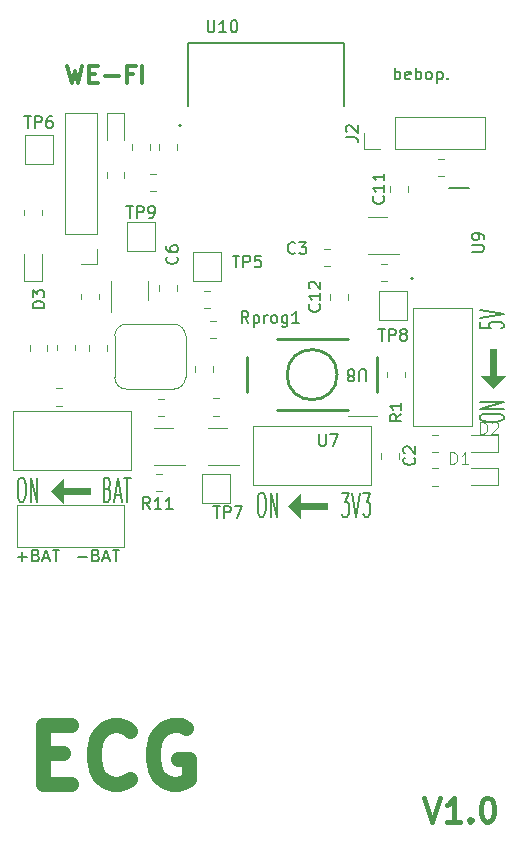
<source format=gbr>
%TF.GenerationSoftware,KiCad,Pcbnew,(6.0.10)*%
%TF.CreationDate,2023-02-26T14:05:18-05:00*%
%TF.ProjectId,ECG_2.0,4543475f-322e-4302-9e6b-696361645f70,rev?*%
%TF.SameCoordinates,Original*%
%TF.FileFunction,Legend,Top*%
%TF.FilePolarity,Positive*%
%FSLAX46Y46*%
G04 Gerber Fmt 4.6, Leading zero omitted, Abs format (unit mm)*
G04 Created by KiCad (PCBNEW (6.0.10)) date 2023-02-26 14:05:18*
%MOMM*%
%LPD*%
G01*
G04 APERTURE LIST*
%ADD10C,0.150000*%
%ADD11C,0.300000*%
%ADD12C,0.400000*%
%ADD13C,1.250000*%
%ADD14C,0.125000*%
%ADD15C,0.200000*%
%ADD16C,0.127000*%
%ADD17C,0.120000*%
%ADD18C,0.240000*%
G04 APERTURE END LIST*
D10*
X246529504Y-72537580D02*
X246529504Y-71537580D01*
X246529504Y-71918533D02*
X246624742Y-71870914D01*
X246815219Y-71870914D01*
X246910457Y-71918533D01*
X246958076Y-71966152D01*
X247005695Y-72061390D01*
X247005695Y-72347104D01*
X246958076Y-72442342D01*
X246910457Y-72489961D01*
X246815219Y-72537580D01*
X246624742Y-72537580D01*
X246529504Y-72489961D01*
X247815219Y-72489961D02*
X247719980Y-72537580D01*
X247529504Y-72537580D01*
X247434266Y-72489961D01*
X247386647Y-72394723D01*
X247386647Y-72013771D01*
X247434266Y-71918533D01*
X247529504Y-71870914D01*
X247719980Y-71870914D01*
X247815219Y-71918533D01*
X247862838Y-72013771D01*
X247862838Y-72109009D01*
X247386647Y-72204247D01*
X248291409Y-72537580D02*
X248291409Y-71537580D01*
X248291409Y-71918533D02*
X248386647Y-71870914D01*
X248577123Y-71870914D01*
X248672361Y-71918533D01*
X248719980Y-71966152D01*
X248767600Y-72061390D01*
X248767600Y-72347104D01*
X248719980Y-72442342D01*
X248672361Y-72489961D01*
X248577123Y-72537580D01*
X248386647Y-72537580D01*
X248291409Y-72489961D01*
X249339028Y-72537580D02*
X249243790Y-72489961D01*
X249196171Y-72442342D01*
X249148552Y-72347104D01*
X249148552Y-72061390D01*
X249196171Y-71966152D01*
X249243790Y-71918533D01*
X249339028Y-71870914D01*
X249481885Y-71870914D01*
X249577123Y-71918533D01*
X249624742Y-71966152D01*
X249672361Y-72061390D01*
X249672361Y-72347104D01*
X249624742Y-72442342D01*
X249577123Y-72489961D01*
X249481885Y-72537580D01*
X249339028Y-72537580D01*
X250100933Y-71870914D02*
X250100933Y-72870914D01*
X250100933Y-71918533D02*
X250196171Y-71870914D01*
X250386647Y-71870914D01*
X250481885Y-71918533D01*
X250529504Y-71966152D01*
X250577123Y-72061390D01*
X250577123Y-72347104D01*
X250529504Y-72442342D01*
X250481885Y-72489961D01*
X250386647Y-72537580D01*
X250196171Y-72537580D01*
X250100933Y-72489961D01*
X251005695Y-72442342D02*
X251053314Y-72489961D01*
X251005695Y-72537580D01*
X250958076Y-72489961D01*
X251005695Y-72442342D01*
X251005695Y-72537580D01*
D11*
X218796800Y-71365371D02*
X219153942Y-72865371D01*
X219439657Y-71793942D01*
X219725371Y-72865371D01*
X220082514Y-71365371D01*
X220653942Y-72079657D02*
X221153942Y-72079657D01*
X221368228Y-72865371D02*
X220653942Y-72865371D01*
X220653942Y-71365371D01*
X221368228Y-71365371D01*
X222011085Y-72293942D02*
X223153942Y-72293942D01*
X224368228Y-72079657D02*
X223868228Y-72079657D01*
X223868228Y-72865371D02*
X223868228Y-71365371D01*
X224582514Y-71365371D01*
X225153942Y-72865371D02*
X225153942Y-71365371D01*
D12*
X249021980Y-133372361D02*
X249688647Y-135372361D01*
X250355314Y-133372361D01*
X252069600Y-135372361D02*
X250926742Y-135372361D01*
X251498171Y-135372361D02*
X251498171Y-133372361D01*
X251307695Y-133658076D01*
X251117219Y-133848552D01*
X250926742Y-133943790D01*
X252926742Y-135181885D02*
X253021980Y-135277123D01*
X252926742Y-135372361D01*
X252831504Y-135277123D01*
X252926742Y-135181885D01*
X252926742Y-135372361D01*
X254260076Y-133372361D02*
X254450552Y-133372361D01*
X254641028Y-133467600D01*
X254736266Y-133562838D01*
X254831504Y-133753314D01*
X254926742Y-134134266D01*
X254926742Y-134610457D01*
X254831504Y-134991409D01*
X254736266Y-135181885D01*
X254641028Y-135277123D01*
X254450552Y-135372361D01*
X254260076Y-135372361D01*
X254069600Y-135277123D01*
X253974361Y-135181885D01*
X253879123Y-134991409D01*
X253783885Y-134610457D01*
X253783885Y-134134266D01*
X253879123Y-133753314D01*
X253974361Y-133562838D01*
X254069600Y-133467600D01*
X254260076Y-133372361D01*
D13*
X216737371Y-129589257D02*
X218404038Y-129589257D01*
X219118323Y-132208304D02*
X216737371Y-132208304D01*
X216737371Y-127208304D01*
X219118323Y-127208304D01*
X224118323Y-131732114D02*
X223880228Y-131970209D01*
X223165942Y-132208304D01*
X222689752Y-132208304D01*
X221975466Y-131970209D01*
X221499276Y-131494019D01*
X221261180Y-131017828D01*
X221023085Y-130065447D01*
X221023085Y-129351161D01*
X221261180Y-128398780D01*
X221499276Y-127922590D01*
X221975466Y-127446400D01*
X222689752Y-127208304D01*
X223165942Y-127208304D01*
X223880228Y-127446400D01*
X224118323Y-127684495D01*
X228880228Y-127446400D02*
X228404038Y-127208304D01*
X227689752Y-127208304D01*
X226975466Y-127446400D01*
X226499276Y-127922590D01*
X226261180Y-128398780D01*
X226023085Y-129351161D01*
X226023085Y-130065447D01*
X226261180Y-131017828D01*
X226499276Y-131494019D01*
X226975466Y-131970209D01*
X227689752Y-132208304D01*
X228165942Y-132208304D01*
X228880228Y-131970209D01*
X229118323Y-131732114D01*
X229118323Y-130065447D01*
X228165942Y-130065447D01*
D10*
%TO.C,U9*%
X253055380Y-87121904D02*
X253864904Y-87121904D01*
X253960142Y-87074285D01*
X254007761Y-87026666D01*
X254055380Y-86931428D01*
X254055380Y-86740952D01*
X254007761Y-86645714D01*
X253960142Y-86598095D01*
X253864904Y-86550476D01*
X253055380Y-86550476D01*
X254055380Y-86026666D02*
X254055380Y-85836190D01*
X254007761Y-85740952D01*
X253960142Y-85693333D01*
X253817285Y-85598095D01*
X253626809Y-85550476D01*
X253245857Y-85550476D01*
X253150619Y-85598095D01*
X253103000Y-85645714D01*
X253055380Y-85740952D01*
X253055380Y-85931428D01*
X253103000Y-86026666D01*
X253150619Y-86074285D01*
X253245857Y-86121904D01*
X253483952Y-86121904D01*
X253579190Y-86074285D01*
X253626809Y-86026666D01*
X253674428Y-85931428D01*
X253674428Y-85740952D01*
X253626809Y-85645714D01*
X253579190Y-85598095D01*
X253483952Y-85550476D01*
%TO.C,J2*%
X242369380Y-77422333D02*
X243083666Y-77422333D01*
X243226523Y-77469952D01*
X243321761Y-77565190D01*
X243369380Y-77708047D01*
X243369380Y-77803285D01*
X242464619Y-76993761D02*
X242417000Y-76946142D01*
X242369380Y-76850904D01*
X242369380Y-76612809D01*
X242417000Y-76517571D01*
X242464619Y-76469952D01*
X242559857Y-76422333D01*
X242655095Y-76422333D01*
X242797952Y-76469952D01*
X243369380Y-77041380D01*
X243369380Y-76422333D01*
%TO.C,R11*%
X225798142Y-108910380D02*
X225464809Y-108434190D01*
X225226714Y-108910380D02*
X225226714Y-107910380D01*
X225607666Y-107910380D01*
X225702904Y-107958000D01*
X225750523Y-108005619D01*
X225798142Y-108100857D01*
X225798142Y-108243714D01*
X225750523Y-108338952D01*
X225702904Y-108386571D01*
X225607666Y-108434190D01*
X225226714Y-108434190D01*
X226750523Y-108910380D02*
X226179095Y-108910380D01*
X226464809Y-108910380D02*
X226464809Y-107910380D01*
X226369571Y-108053238D01*
X226274333Y-108148476D01*
X226179095Y-108196095D01*
X227702904Y-108910380D02*
X227131476Y-108910380D01*
X227417190Y-108910380D02*
X227417190Y-107910380D01*
X227321952Y-108053238D01*
X227226714Y-108148476D01*
X227131476Y-108196095D01*
%TO.C,C12*%
X240133142Y-91574857D02*
X240180761Y-91622476D01*
X240228380Y-91765333D01*
X240228380Y-91860571D01*
X240180761Y-92003428D01*
X240085523Y-92098666D01*
X239990285Y-92146285D01*
X239799809Y-92193904D01*
X239656952Y-92193904D01*
X239466476Y-92146285D01*
X239371238Y-92098666D01*
X239276000Y-92003428D01*
X239228380Y-91860571D01*
X239228380Y-91765333D01*
X239276000Y-91622476D01*
X239323619Y-91574857D01*
X240228380Y-90622476D02*
X240228380Y-91193904D01*
X240228380Y-90908190D02*
X239228380Y-90908190D01*
X239371238Y-91003428D01*
X239466476Y-91098666D01*
X239514095Y-91193904D01*
X239323619Y-90241523D02*
X239276000Y-90193904D01*
X239228380Y-90098666D01*
X239228380Y-89860571D01*
X239276000Y-89765333D01*
X239323619Y-89717714D01*
X239418857Y-89670095D01*
X239514095Y-89670095D01*
X239656952Y-89717714D01*
X240228380Y-90289142D01*
X240228380Y-89670095D01*
%TO.C,U10*%
X230671904Y-67541380D02*
X230671904Y-68350904D01*
X230719523Y-68446142D01*
X230767142Y-68493761D01*
X230862380Y-68541380D01*
X231052857Y-68541380D01*
X231148095Y-68493761D01*
X231195714Y-68446142D01*
X231243333Y-68350904D01*
X231243333Y-67541380D01*
X232243333Y-68541380D02*
X231671904Y-68541380D01*
X231957619Y-68541380D02*
X231957619Y-67541380D01*
X231862380Y-67684238D01*
X231767142Y-67779476D01*
X231671904Y-67827095D01*
X232862380Y-67541380D02*
X232957619Y-67541380D01*
X233052857Y-67589000D01*
X233100476Y-67636619D01*
X233148095Y-67731857D01*
X233195714Y-67922333D01*
X233195714Y-68160428D01*
X233148095Y-68350904D01*
X233100476Y-68446142D01*
X233052857Y-68493761D01*
X232957619Y-68541380D01*
X232862380Y-68541380D01*
X232767142Y-68493761D01*
X232719523Y-68446142D01*
X232671904Y-68350904D01*
X232624285Y-68160428D01*
X232624285Y-67922333D01*
X232671904Y-67731857D01*
X232719523Y-67636619D01*
X232767142Y-67589000D01*
X232862380Y-67541380D01*
%TO.C,U7*%
X240125095Y-102576380D02*
X240125095Y-103385904D01*
X240172714Y-103481142D01*
X240220333Y-103528761D01*
X240315571Y-103576380D01*
X240506047Y-103576380D01*
X240601285Y-103528761D01*
X240648904Y-103481142D01*
X240696523Y-103385904D01*
X240696523Y-102576380D01*
X241077476Y-102576380D02*
X241744142Y-102576380D01*
X241315571Y-103576380D01*
X235152952Y-107548761D02*
X235343428Y-107548761D01*
X235438666Y-107644000D01*
X235533904Y-107834476D01*
X235581523Y-108215428D01*
X235581523Y-108882095D01*
X235533904Y-109263047D01*
X235438666Y-109453523D01*
X235343428Y-109548761D01*
X235152952Y-109548761D01*
X235057714Y-109453523D01*
X234962476Y-109263047D01*
X234914857Y-108882095D01*
X234914857Y-108215428D01*
X234962476Y-107834476D01*
X235057714Y-107644000D01*
X235152952Y-107548761D01*
X236010095Y-109548761D02*
X236010095Y-107548761D01*
X236581523Y-109548761D01*
X236581523Y-107548761D01*
X242033904Y-107548761D02*
X242652952Y-107548761D01*
X242319619Y-108310666D01*
X242462476Y-108310666D01*
X242557714Y-108405904D01*
X242605333Y-108501142D01*
X242652952Y-108691619D01*
X242652952Y-109167809D01*
X242605333Y-109358285D01*
X242557714Y-109453523D01*
X242462476Y-109548761D01*
X242176761Y-109548761D01*
X242081523Y-109453523D01*
X242033904Y-109358285D01*
X242938666Y-107548761D02*
X243272000Y-109548761D01*
X243605333Y-107548761D01*
X243843428Y-107548761D02*
X244462476Y-107548761D01*
X244129142Y-108310666D01*
X244272000Y-108310666D01*
X244367238Y-108405904D01*
X244414857Y-108501142D01*
X244462476Y-108691619D01*
X244462476Y-109167809D01*
X244414857Y-109358285D01*
X244367238Y-109453523D01*
X244272000Y-109548761D01*
X243986285Y-109548761D01*
X243891047Y-109453523D01*
X243843428Y-109358285D01*
%TO.C,R1*%
X247086380Y-100877666D02*
X246610190Y-101211000D01*
X247086380Y-101449095D02*
X246086380Y-101449095D01*
X246086380Y-101068142D01*
X246134000Y-100972904D01*
X246181619Y-100925285D01*
X246276857Y-100877666D01*
X246419714Y-100877666D01*
X246514952Y-100925285D01*
X246562571Y-100972904D01*
X246610190Y-101068142D01*
X246610190Y-101449095D01*
X247086380Y-99925285D02*
X247086380Y-100496714D01*
X247086380Y-100211000D02*
X246086380Y-100211000D01*
X246229238Y-100306238D01*
X246324476Y-100401476D01*
X246372095Y-100496714D01*
%TO.C,U8*%
X244093904Y-98083619D02*
X244093904Y-97274095D01*
X244046285Y-97178857D01*
X243998666Y-97131238D01*
X243903428Y-97083619D01*
X243712952Y-97083619D01*
X243617714Y-97131238D01*
X243570095Y-97178857D01*
X243522476Y-97274095D01*
X243522476Y-98083619D01*
X242903428Y-97655047D02*
X242998666Y-97702666D01*
X243046285Y-97750285D01*
X243093904Y-97845523D01*
X243093904Y-97893142D01*
X243046285Y-97988380D01*
X242998666Y-98036000D01*
X242903428Y-98083619D01*
X242712952Y-98083619D01*
X242617714Y-98036000D01*
X242570095Y-97988380D01*
X242522476Y-97893142D01*
X242522476Y-97845523D01*
X242570095Y-97750285D01*
X242617714Y-97702666D01*
X242712952Y-97655047D01*
X242903428Y-97655047D01*
X242998666Y-97607428D01*
X243046285Y-97559809D01*
X243093904Y-97464571D01*
X243093904Y-97274095D01*
X243046285Y-97178857D01*
X242998666Y-97131238D01*
X242903428Y-97083619D01*
X242712952Y-97083619D01*
X242617714Y-97131238D01*
X242570095Y-97178857D01*
X242522476Y-97274095D01*
X242522476Y-97464571D01*
X242570095Y-97559809D01*
X242617714Y-97607428D01*
X242712952Y-97655047D01*
%TO.C,U5*%
X253731761Y-101270047D02*
X253731761Y-101079571D01*
X253827000Y-100984333D01*
X254017476Y-100889095D01*
X254398428Y-100841476D01*
X255065095Y-100841476D01*
X255446047Y-100889095D01*
X255636523Y-100984333D01*
X255731761Y-101079571D01*
X255731761Y-101270047D01*
X255636523Y-101365285D01*
X255446047Y-101460523D01*
X255065095Y-101508142D01*
X254398428Y-101508142D01*
X254017476Y-101460523D01*
X253827000Y-101365285D01*
X253731761Y-101270047D01*
X255731761Y-100412904D02*
X253731761Y-100412904D01*
X255731761Y-99841476D01*
X253731761Y-99841476D01*
X253731761Y-93091476D02*
X253731761Y-93567666D01*
X254684142Y-93615285D01*
X254588904Y-93567666D01*
X254493666Y-93472428D01*
X254493666Y-93234333D01*
X254588904Y-93139095D01*
X254684142Y-93091476D01*
X254874619Y-93043857D01*
X255350809Y-93043857D01*
X255541285Y-93091476D01*
X255636523Y-93139095D01*
X255731761Y-93234333D01*
X255731761Y-93472428D01*
X255636523Y-93567666D01*
X255541285Y-93615285D01*
X253731761Y-92758142D02*
X255731761Y-92424809D01*
X253731761Y-92091476D01*
%TO.C,TP8*%
X245118095Y-93686380D02*
X245689523Y-93686380D01*
X245403809Y-94686380D02*
X245403809Y-93686380D01*
X246022857Y-94686380D02*
X246022857Y-93686380D01*
X246403809Y-93686380D01*
X246499047Y-93734000D01*
X246546666Y-93781619D01*
X246594285Y-93876857D01*
X246594285Y-94019714D01*
X246546666Y-94114952D01*
X246499047Y-94162571D01*
X246403809Y-94210190D01*
X246022857Y-94210190D01*
X247165714Y-94114952D02*
X247070476Y-94067333D01*
X247022857Y-94019714D01*
X246975238Y-93924476D01*
X246975238Y-93876857D01*
X247022857Y-93781619D01*
X247070476Y-93734000D01*
X247165714Y-93686380D01*
X247356190Y-93686380D01*
X247451428Y-93734000D01*
X247499047Y-93781619D01*
X247546666Y-93876857D01*
X247546666Y-93924476D01*
X247499047Y-94019714D01*
X247451428Y-94067333D01*
X247356190Y-94114952D01*
X247165714Y-94114952D01*
X247070476Y-94162571D01*
X247022857Y-94210190D01*
X246975238Y-94305428D01*
X246975238Y-94495904D01*
X247022857Y-94591142D01*
X247070476Y-94638761D01*
X247165714Y-94686380D01*
X247356190Y-94686380D01*
X247451428Y-94638761D01*
X247499047Y-94591142D01*
X247546666Y-94495904D01*
X247546666Y-94305428D01*
X247499047Y-94210190D01*
X247451428Y-94162571D01*
X247356190Y-94114952D01*
%TO.C,TP7*%
X231148095Y-108672380D02*
X231719523Y-108672380D01*
X231433809Y-109672380D02*
X231433809Y-108672380D01*
X232052857Y-109672380D02*
X232052857Y-108672380D01*
X232433809Y-108672380D01*
X232529047Y-108720000D01*
X232576666Y-108767619D01*
X232624285Y-108862857D01*
X232624285Y-109005714D01*
X232576666Y-109100952D01*
X232529047Y-109148571D01*
X232433809Y-109196190D01*
X232052857Y-109196190D01*
X232957619Y-108672380D02*
X233624285Y-108672380D01*
X233195714Y-109672380D01*
%TO.C,C6*%
X228055642Y-87542666D02*
X228103261Y-87590285D01*
X228150880Y-87733142D01*
X228150880Y-87828380D01*
X228103261Y-87971238D01*
X228008023Y-88066476D01*
X227912785Y-88114095D01*
X227722309Y-88161714D01*
X227579452Y-88161714D01*
X227388976Y-88114095D01*
X227293738Y-88066476D01*
X227198500Y-87971238D01*
X227150880Y-87828380D01*
X227150880Y-87733142D01*
X227198500Y-87590285D01*
X227246119Y-87542666D01*
X227150880Y-86685523D02*
X227150880Y-86876000D01*
X227198500Y-86971238D01*
X227246119Y-87018857D01*
X227388976Y-87114095D01*
X227579452Y-87161714D01*
X227960404Y-87161714D01*
X228055642Y-87114095D01*
X228103261Y-87066476D01*
X228150880Y-86971238D01*
X228150880Y-86780761D01*
X228103261Y-86685523D01*
X228055642Y-86637904D01*
X227960404Y-86590285D01*
X227722309Y-86590285D01*
X227627071Y-86637904D01*
X227579452Y-86685523D01*
X227531833Y-86780761D01*
X227531833Y-86971238D01*
X227579452Y-87066476D01*
X227627071Y-87114095D01*
X227722309Y-87161714D01*
D14*
%TO.C,D2*%
X253769904Y-102560380D02*
X253769904Y-101560380D01*
X254008000Y-101560380D01*
X254150857Y-101608000D01*
X254246095Y-101703238D01*
X254293714Y-101798476D01*
X254341333Y-101988952D01*
X254341333Y-102131809D01*
X254293714Y-102322285D01*
X254246095Y-102417523D01*
X254150857Y-102512761D01*
X254008000Y-102560380D01*
X253769904Y-102560380D01*
X254722285Y-101655619D02*
X254769904Y-101608000D01*
X254865142Y-101560380D01*
X255103238Y-101560380D01*
X255198476Y-101608000D01*
X255246095Y-101655619D01*
X255293714Y-101750857D01*
X255293714Y-101846095D01*
X255246095Y-101988952D01*
X254674666Y-102560380D01*
X255293714Y-102560380D01*
%TO.C,D1*%
X251229904Y-105100380D02*
X251229904Y-104100380D01*
X251468000Y-104100380D01*
X251610857Y-104148000D01*
X251706095Y-104243238D01*
X251753714Y-104338476D01*
X251801333Y-104528952D01*
X251801333Y-104671809D01*
X251753714Y-104862285D01*
X251706095Y-104957523D01*
X251610857Y-105052761D01*
X251468000Y-105100380D01*
X251229904Y-105100380D01*
X252753714Y-105100380D02*
X252182285Y-105100380D01*
X252468000Y-105100380D02*
X252468000Y-104100380D01*
X252372761Y-104243238D01*
X252277523Y-104338476D01*
X252182285Y-104386095D01*
D10*
%TO.C,Rprog1*%
X234132666Y-93162380D02*
X233799333Y-92686190D01*
X233561238Y-93162380D02*
X233561238Y-92162380D01*
X233942190Y-92162380D01*
X234037428Y-92210000D01*
X234085047Y-92257619D01*
X234132666Y-92352857D01*
X234132666Y-92495714D01*
X234085047Y-92590952D01*
X234037428Y-92638571D01*
X233942190Y-92686190D01*
X233561238Y-92686190D01*
X234561238Y-92495714D02*
X234561238Y-93495714D01*
X234561238Y-92543333D02*
X234656476Y-92495714D01*
X234846952Y-92495714D01*
X234942190Y-92543333D01*
X234989809Y-92590952D01*
X235037428Y-92686190D01*
X235037428Y-92971904D01*
X234989809Y-93067142D01*
X234942190Y-93114761D01*
X234846952Y-93162380D01*
X234656476Y-93162380D01*
X234561238Y-93114761D01*
X235466000Y-93162380D02*
X235466000Y-92495714D01*
X235466000Y-92686190D02*
X235513619Y-92590952D01*
X235561238Y-92543333D01*
X235656476Y-92495714D01*
X235751714Y-92495714D01*
X236227904Y-93162380D02*
X236132666Y-93114761D01*
X236085047Y-93067142D01*
X236037428Y-92971904D01*
X236037428Y-92686190D01*
X236085047Y-92590952D01*
X236132666Y-92543333D01*
X236227904Y-92495714D01*
X236370761Y-92495714D01*
X236466000Y-92543333D01*
X236513619Y-92590952D01*
X236561238Y-92686190D01*
X236561238Y-92971904D01*
X236513619Y-93067142D01*
X236466000Y-93114761D01*
X236370761Y-93162380D01*
X236227904Y-93162380D01*
X237418380Y-92495714D02*
X237418380Y-93305238D01*
X237370761Y-93400476D01*
X237323142Y-93448095D01*
X237227904Y-93495714D01*
X237085047Y-93495714D01*
X236989809Y-93448095D01*
X237418380Y-93114761D02*
X237323142Y-93162380D01*
X237132666Y-93162380D01*
X237037428Y-93114761D01*
X236989809Y-93067142D01*
X236942190Y-92971904D01*
X236942190Y-92686190D01*
X236989809Y-92590952D01*
X237037428Y-92543333D01*
X237132666Y-92495714D01*
X237323142Y-92495714D01*
X237418380Y-92543333D01*
X238418380Y-93162380D02*
X237846952Y-93162380D01*
X238132666Y-93162380D02*
X238132666Y-92162380D01*
X238037428Y-92305238D01*
X237942190Y-92400476D01*
X237846952Y-92448095D01*
%TO.C,D3*%
X216860380Y-91898595D02*
X215860380Y-91898595D01*
X215860380Y-91660500D01*
X215908000Y-91517642D01*
X216003238Y-91422404D01*
X216098476Y-91374785D01*
X216288952Y-91327166D01*
X216431809Y-91327166D01*
X216622285Y-91374785D01*
X216717523Y-91422404D01*
X216812761Y-91517642D01*
X216860380Y-91660500D01*
X216860380Y-91898595D01*
X215860380Y-90993833D02*
X215860380Y-90374785D01*
X216241333Y-90708119D01*
X216241333Y-90565261D01*
X216288952Y-90470023D01*
X216336571Y-90422404D01*
X216431809Y-90374785D01*
X216669904Y-90374785D01*
X216765142Y-90422404D01*
X216812761Y-90470023D01*
X216860380Y-90565261D01*
X216860380Y-90850976D01*
X216812761Y-90946214D01*
X216765142Y-90993833D01*
%TO.C,U4*%
X222213904Y-107231142D02*
X222356761Y-107326380D01*
X222404380Y-107421619D01*
X222452000Y-107612095D01*
X222452000Y-107897809D01*
X222404380Y-108088285D01*
X222356761Y-108183523D01*
X222261523Y-108278761D01*
X221880571Y-108278761D01*
X221880571Y-106278761D01*
X222213904Y-106278761D01*
X222309142Y-106374000D01*
X222356761Y-106469238D01*
X222404380Y-106659714D01*
X222404380Y-106850190D01*
X222356761Y-107040666D01*
X222309142Y-107135904D01*
X222213904Y-107231142D01*
X221880571Y-107231142D01*
X222832952Y-107707333D02*
X223309142Y-107707333D01*
X222737714Y-108278761D02*
X223071047Y-106278761D01*
X223404380Y-108278761D01*
X223594857Y-106278761D02*
X224166285Y-106278761D01*
X223880571Y-108278761D02*
X223880571Y-106278761D01*
X214832952Y-106278761D02*
X215023428Y-106278761D01*
X215118666Y-106374000D01*
X215213904Y-106564476D01*
X215261523Y-106945428D01*
X215261523Y-107612095D01*
X215213904Y-107993047D01*
X215118666Y-108183523D01*
X215023428Y-108278761D01*
X214832952Y-108278761D01*
X214737714Y-108183523D01*
X214642476Y-107993047D01*
X214594857Y-107612095D01*
X214594857Y-106945428D01*
X214642476Y-106564476D01*
X214737714Y-106374000D01*
X214832952Y-106278761D01*
X215690095Y-108278761D02*
X215690095Y-106278761D01*
X216261523Y-108278761D01*
X216261523Y-106278761D01*
%TO.C,C2*%
X248163142Y-104560666D02*
X248210761Y-104608285D01*
X248258380Y-104751142D01*
X248258380Y-104846380D01*
X248210761Y-104989238D01*
X248115523Y-105084476D01*
X248020285Y-105132095D01*
X247829809Y-105179714D01*
X247686952Y-105179714D01*
X247496476Y-105132095D01*
X247401238Y-105084476D01*
X247306000Y-104989238D01*
X247258380Y-104846380D01*
X247258380Y-104751142D01*
X247306000Y-104608285D01*
X247353619Y-104560666D01*
X247353619Y-104179714D02*
X247306000Y-104132095D01*
X247258380Y-104036857D01*
X247258380Y-103798761D01*
X247306000Y-103703523D01*
X247353619Y-103655904D01*
X247448857Y-103608285D01*
X247544095Y-103608285D01*
X247686952Y-103655904D01*
X248258380Y-104227333D01*
X248258380Y-103608285D01*
%TO.C,TP5*%
X232799095Y-87463380D02*
X233370523Y-87463380D01*
X233084809Y-88463380D02*
X233084809Y-87463380D01*
X233703857Y-88463380D02*
X233703857Y-87463380D01*
X234084809Y-87463380D01*
X234180047Y-87511000D01*
X234227666Y-87558619D01*
X234275285Y-87653857D01*
X234275285Y-87796714D01*
X234227666Y-87891952D01*
X234180047Y-87939571D01*
X234084809Y-87987190D01*
X233703857Y-87987190D01*
X235180047Y-87463380D02*
X234703857Y-87463380D01*
X234656238Y-87939571D01*
X234703857Y-87891952D01*
X234799095Y-87844333D01*
X235037190Y-87844333D01*
X235132428Y-87891952D01*
X235180047Y-87939571D01*
X235227666Y-88034809D01*
X235227666Y-88272904D01*
X235180047Y-88368142D01*
X235132428Y-88415761D01*
X235037190Y-88463380D01*
X234799095Y-88463380D01*
X234703857Y-88415761D01*
X234656238Y-88368142D01*
%TO.C,TP9*%
X223782095Y-83272380D02*
X224353523Y-83272380D01*
X224067809Y-84272380D02*
X224067809Y-83272380D01*
X224686857Y-84272380D02*
X224686857Y-83272380D01*
X225067809Y-83272380D01*
X225163047Y-83320000D01*
X225210666Y-83367619D01*
X225258285Y-83462857D01*
X225258285Y-83605714D01*
X225210666Y-83700952D01*
X225163047Y-83748571D01*
X225067809Y-83796190D01*
X224686857Y-83796190D01*
X225734476Y-84272380D02*
X225924952Y-84272380D01*
X226020190Y-84224761D01*
X226067809Y-84177142D01*
X226163047Y-84034285D01*
X226210666Y-83843809D01*
X226210666Y-83462857D01*
X226163047Y-83367619D01*
X226115428Y-83320000D01*
X226020190Y-83272380D01*
X225829714Y-83272380D01*
X225734476Y-83320000D01*
X225686857Y-83367619D01*
X225639238Y-83462857D01*
X225639238Y-83700952D01*
X225686857Y-83796190D01*
X225734476Y-83843809D01*
X225829714Y-83891428D01*
X226020190Y-83891428D01*
X226115428Y-83843809D01*
X226163047Y-83796190D01*
X226210666Y-83700952D01*
%TO.C,TP6*%
X215146095Y-75652380D02*
X215717523Y-75652380D01*
X215431809Y-76652380D02*
X215431809Y-75652380D01*
X216050857Y-76652380D02*
X216050857Y-75652380D01*
X216431809Y-75652380D01*
X216527047Y-75700000D01*
X216574666Y-75747619D01*
X216622285Y-75842857D01*
X216622285Y-75985714D01*
X216574666Y-76080952D01*
X216527047Y-76128571D01*
X216431809Y-76176190D01*
X216050857Y-76176190D01*
X217479428Y-75652380D02*
X217288952Y-75652380D01*
X217193714Y-75700000D01*
X217146095Y-75747619D01*
X217050857Y-75890476D01*
X217003238Y-76080952D01*
X217003238Y-76461904D01*
X217050857Y-76557142D01*
X217098476Y-76604761D01*
X217193714Y-76652380D01*
X217384190Y-76652380D01*
X217479428Y-76604761D01*
X217527047Y-76557142D01*
X217574666Y-76461904D01*
X217574666Y-76223809D01*
X217527047Y-76128571D01*
X217479428Y-76080952D01*
X217384190Y-76033333D01*
X217193714Y-76033333D01*
X217098476Y-76080952D01*
X217050857Y-76128571D01*
X217003238Y-76223809D01*
%TO.C,C3*%
X238085333Y-87225142D02*
X238037714Y-87272761D01*
X237894857Y-87320380D01*
X237799619Y-87320380D01*
X237656761Y-87272761D01*
X237561523Y-87177523D01*
X237513904Y-87082285D01*
X237466285Y-86891809D01*
X237466285Y-86748952D01*
X237513904Y-86558476D01*
X237561523Y-86463238D01*
X237656761Y-86368000D01*
X237799619Y-86320380D01*
X237894857Y-86320380D01*
X238037714Y-86368000D01*
X238085333Y-86415619D01*
X238418666Y-86320380D02*
X239037714Y-86320380D01*
X238704380Y-86701333D01*
X238847238Y-86701333D01*
X238942476Y-86748952D01*
X238990095Y-86796571D01*
X239037714Y-86891809D01*
X239037714Y-87129904D01*
X238990095Y-87225142D01*
X238942476Y-87272761D01*
X238847238Y-87320380D01*
X238561523Y-87320380D01*
X238466285Y-87272761D01*
X238418666Y-87225142D01*
%TO.C,U1*%
X219674523Y-112974428D02*
X220436428Y-112974428D01*
X221245952Y-112831571D02*
X221388809Y-112879190D01*
X221436428Y-112926809D01*
X221484047Y-113022047D01*
X221484047Y-113164904D01*
X221436428Y-113260142D01*
X221388809Y-113307761D01*
X221293571Y-113355380D01*
X220912619Y-113355380D01*
X220912619Y-112355380D01*
X221245952Y-112355380D01*
X221341190Y-112403000D01*
X221388809Y-112450619D01*
X221436428Y-112545857D01*
X221436428Y-112641095D01*
X221388809Y-112736333D01*
X221341190Y-112783952D01*
X221245952Y-112831571D01*
X220912619Y-112831571D01*
X221865000Y-113069666D02*
X222341190Y-113069666D01*
X221769761Y-113355380D02*
X222103095Y-112355380D01*
X222436428Y-113355380D01*
X222626904Y-112355380D02*
X223198333Y-112355380D01*
X222912619Y-113355380D02*
X222912619Y-112355380D01*
X214594523Y-112974428D02*
X215356428Y-112974428D01*
X214975476Y-113355380D02*
X214975476Y-112593476D01*
X216165952Y-112831571D02*
X216308809Y-112879190D01*
X216356428Y-112926809D01*
X216404047Y-113022047D01*
X216404047Y-113164904D01*
X216356428Y-113260142D01*
X216308809Y-113307761D01*
X216213571Y-113355380D01*
X215832619Y-113355380D01*
X215832619Y-112355380D01*
X216165952Y-112355380D01*
X216261190Y-112403000D01*
X216308809Y-112450619D01*
X216356428Y-112545857D01*
X216356428Y-112641095D01*
X216308809Y-112736333D01*
X216261190Y-112783952D01*
X216165952Y-112831571D01*
X215832619Y-112831571D01*
X216785000Y-113069666D02*
X217261190Y-113069666D01*
X216689761Y-113355380D02*
X217023095Y-112355380D01*
X217356428Y-113355380D01*
X217546904Y-112355380D02*
X218118333Y-112355380D01*
X217832619Y-113355380D02*
X217832619Y-112355380D01*
%TO.C,C11*%
X245549142Y-82430857D02*
X245596761Y-82478476D01*
X245644380Y-82621333D01*
X245644380Y-82716571D01*
X245596761Y-82859428D01*
X245501523Y-82954666D01*
X245406285Y-83002285D01*
X245215809Y-83049904D01*
X245072952Y-83049904D01*
X244882476Y-83002285D01*
X244787238Y-82954666D01*
X244692000Y-82859428D01*
X244644380Y-82716571D01*
X244644380Y-82621333D01*
X244692000Y-82478476D01*
X244739619Y-82430857D01*
X245644380Y-81478476D02*
X245644380Y-82049904D01*
X245644380Y-81764190D02*
X244644380Y-81764190D01*
X244787238Y-81859428D01*
X244882476Y-81954666D01*
X244930095Y-82049904D01*
X245644380Y-80526095D02*
X245644380Y-81097523D01*
X245644380Y-80811809D02*
X244644380Y-80811809D01*
X244787238Y-80907047D01*
X244882476Y-81002285D01*
X244930095Y-81097523D01*
D15*
%TO.C,U9*%
X248095500Y-89405000D02*
G75*
G03*
X248095500Y-89405000I-100000J0D01*
G01*
D16*
X251145500Y-81735000D02*
X252825500Y-81735000D01*
D17*
%TO.C,J2*%
X246517000Y-75759000D02*
X254197000Y-75759000D01*
X245247000Y-78419000D02*
X243917000Y-78419000D01*
X254197000Y-78419000D02*
X254197000Y-75759000D01*
X246517000Y-78419000D02*
X246517000Y-75759000D01*
X243917000Y-78419000D02*
X243917000Y-77089000D01*
X246517000Y-78419000D02*
X254197000Y-78419000D01*
%TO.C,J1*%
X221294000Y-88193000D02*
X219964000Y-88193000D01*
X221294000Y-85593000D02*
X218634000Y-85593000D01*
X218634000Y-85593000D02*
X218634000Y-75373000D01*
X221294000Y-75373000D02*
X218634000Y-75373000D01*
X221294000Y-86863000D02*
X221294000Y-88193000D01*
X221294000Y-85593000D02*
X221294000Y-75373000D01*
%TO.C,U11*%
X231526500Y-102072000D02*
X232326500Y-102072000D01*
X231526500Y-105192000D02*
X230726500Y-105192000D01*
X231526500Y-102072000D02*
X230726500Y-102072000D01*
X231526500Y-105192000D02*
X233326500Y-105192000D01*
%TO.C,L1*%
X227806000Y-98762000D02*
X223806000Y-98762000D01*
X228806000Y-94262000D02*
X228806000Y-97762000D01*
X223806000Y-93262000D02*
X227806000Y-93262000D01*
X222806000Y-97762000D02*
X222806000Y-94262000D01*
X227806000Y-98762000D02*
G75*
G03*
X228806000Y-97762000I1J999999D01*
G01*
X222806000Y-97762000D02*
G75*
G03*
X223806000Y-98762000I1000000J0D01*
G01*
X228806000Y-94262000D02*
G75*
G03*
X227806000Y-93262000I-999999J1D01*
G01*
X223806000Y-93262000D02*
G75*
G03*
X222806000Y-94262000I0J-1000000D01*
G01*
%TO.C,R11*%
X226795064Y-105945000D02*
X226340936Y-105945000D01*
X226795064Y-107415000D02*
X226340936Y-107415000D01*
%TO.C,C12*%
X242543000Y-90670748D02*
X242543000Y-91193252D01*
X241073000Y-90670748D02*
X241073000Y-91193252D01*
%TO.C,R4*%
X215165000Y-83592936D02*
X215165000Y-84047064D01*
X216635000Y-83592936D02*
X216635000Y-84047064D01*
%TO.C,U6*%
X222468000Y-90424000D02*
X222468000Y-89624000D01*
X225588000Y-90424000D02*
X225588000Y-89624000D01*
X225588000Y-90424000D02*
X225588000Y-91224000D01*
X222468000Y-90424000D02*
X222468000Y-92224000D01*
%TO.C,R3*%
X250163064Y-106934000D02*
X249708936Y-106934000D01*
X250163064Y-105464000D02*
X249708936Y-105464000D01*
%TO.C,C13*%
X229643000Y-96766748D02*
X229643000Y-97289252D01*
X231113000Y-96766748D02*
X231113000Y-97289252D01*
D16*
%TO.C,U10*%
X228985000Y-74804000D02*
X228985000Y-69424000D01*
X242185000Y-69424000D02*
X242185000Y-74804000D01*
X228985000Y-69424000D02*
X242185000Y-69424000D01*
D15*
X228435000Y-76424000D02*
G75*
G03*
X228435000Y-76424000I-100000J0D01*
G01*
D17*
%TO.C,R10*%
X250655064Y-79275000D02*
X250200936Y-79275000D01*
X250655064Y-80745000D02*
X250200936Y-80745000D01*
%TO.C,U7*%
X234522000Y-101894000D02*
X244522000Y-101894000D01*
X244522000Y-101894000D02*
X244522000Y-106894000D01*
X244522000Y-106894000D02*
X234522000Y-106894000D01*
X234522000Y-106894000D02*
X234522000Y-101894000D01*
G36*
X240772000Y-108894000D02*
G01*
X238272000Y-108894000D01*
X238272000Y-108394000D01*
X240772000Y-108394000D01*
X240772000Y-108894000D01*
G37*
X240772000Y-108894000D02*
X238272000Y-108894000D01*
X238272000Y-108394000D01*
X240772000Y-108394000D01*
X240772000Y-108894000D01*
G36*
X238522000Y-109644000D02*
G01*
X237522000Y-108644000D01*
X238522000Y-107644000D01*
X238522000Y-109644000D01*
G37*
X238522000Y-109644000D02*
X237522000Y-108644000D01*
X238522000Y-107644000D01*
X238522000Y-109644000D01*
%TO.C,R1*%
X245899000Y-97763064D02*
X245899000Y-97308936D01*
X247369000Y-97763064D02*
X247369000Y-97308936D01*
%TO.C,C1*%
X230878748Y-92991000D02*
X231401252Y-92991000D01*
X230878748Y-94461000D02*
X231401252Y-94461000D01*
D18*
%TO.C,U8*%
X245022000Y-96036000D02*
X245022000Y-99036000D01*
X242522000Y-100536000D02*
X236522000Y-100536000D01*
X236522000Y-94536000D02*
X242522000Y-94536000D01*
X234022000Y-99036000D02*
X234022000Y-96036000D01*
D17*
X242522000Y-101036000D02*
X245022000Y-101036000D01*
D18*
X241643320Y-97536000D02*
G75*
G03*
X241643320Y-97536000I-2121320J0D01*
G01*
D17*
%TO.C,C4*%
X226439248Y-101065000D02*
X226961752Y-101065000D01*
X226439248Y-99595000D02*
X226961752Y-99595000D01*
%TO.C,U5*%
X248077000Y-101901000D02*
X253077000Y-101901000D01*
X253077000Y-101901000D02*
X253077000Y-91901000D01*
X253077000Y-91901000D02*
X248077000Y-91901000D01*
X248077000Y-91901000D02*
X248077000Y-101901000D01*
G36*
X254827000Y-98651000D02*
G01*
X253827000Y-97651000D01*
X255827000Y-97651000D01*
X254827000Y-98651000D01*
G37*
X254827000Y-98651000D02*
X253827000Y-97651000D01*
X255827000Y-97651000D01*
X254827000Y-98651000D01*
G36*
X255077000Y-97901000D02*
G01*
X254577000Y-97901000D01*
X254577000Y-95401000D01*
X255077000Y-95401000D01*
X255077000Y-97901000D01*
G37*
X255077000Y-97901000D02*
X254577000Y-97901000D01*
X254577000Y-95401000D01*
X255077000Y-95401000D01*
X255077000Y-97901000D01*
%TO.C,TP8*%
X247580000Y-90494000D02*
X247580000Y-92894000D01*
X245180000Y-90494000D02*
X247580000Y-90494000D01*
X245180000Y-92894000D02*
X245180000Y-90494000D01*
X247580000Y-92894000D02*
X245180000Y-92894000D01*
%TO.C,TP7*%
X230194000Y-105988000D02*
X232594000Y-105988000D01*
X232594000Y-108388000D02*
X230194000Y-108388000D01*
X232594000Y-105988000D02*
X232594000Y-108388000D01*
X230194000Y-108388000D02*
X230194000Y-105988000D01*
%TO.C,C5*%
X217797748Y-100176000D02*
X218320252Y-100176000D01*
X217797748Y-98706000D02*
X218320252Y-98706000D01*
%TO.C,R8*%
X225832936Y-80545000D02*
X226287064Y-80545000D01*
X225832936Y-82015000D02*
X226287064Y-82015000D01*
%TO.C,C6*%
X228065000Y-89908748D02*
X228065000Y-90431252D01*
X226595000Y-89908748D02*
X226595000Y-90431252D01*
%TO.C,D2*%
X252946000Y-106907000D02*
X255231000Y-106907000D01*
X255231000Y-105437000D02*
X252946000Y-105437000D01*
X255231000Y-106907000D02*
X255231000Y-105437000D01*
%TO.C,D1*%
X255231000Y-104113000D02*
X255231000Y-102643000D01*
X252946000Y-104113000D02*
X255231000Y-104113000D01*
X255231000Y-102643000D02*
X252946000Y-102643000D01*
%TO.C,Rprog1*%
X230859064Y-91921000D02*
X230404936Y-91921000D01*
X230859064Y-90451000D02*
X230404936Y-90451000D01*
%TO.C,C8*%
X217087500Y-95511252D02*
X217087500Y-94988748D01*
X215617500Y-95511252D02*
X215617500Y-94988748D01*
%TO.C,D3*%
X216635000Y-89597500D02*
X216635000Y-87312500D01*
X215165000Y-89597500D02*
X216635000Y-89597500D01*
X215165000Y-87312500D02*
X215165000Y-89597500D01*
%TO.C,U4*%
X214202000Y-100624000D02*
X224202000Y-100624000D01*
X224202000Y-100624000D02*
X224202000Y-105624000D01*
X224202000Y-105624000D02*
X214202000Y-105624000D01*
X214202000Y-105624000D02*
X214202000Y-100624000D01*
G36*
X220702000Y-107624000D02*
G01*
X218202000Y-107624000D01*
X218202000Y-107124000D01*
X220702000Y-107124000D01*
X220702000Y-107624000D01*
G37*
X220702000Y-107624000D02*
X218202000Y-107624000D01*
X218202000Y-107124000D01*
X220702000Y-107124000D01*
X220702000Y-107624000D01*
G36*
X218452000Y-108374000D02*
G01*
X217452000Y-107374000D01*
X218452000Y-106374000D01*
X218452000Y-108374000D01*
G37*
X218452000Y-108374000D02*
X217452000Y-107374000D01*
X218452000Y-106374000D01*
X218452000Y-108374000D01*
%TO.C,R12*%
X231621064Y-99529000D02*
X231166936Y-99529000D01*
X231621064Y-100999000D02*
X231166936Y-100999000D01*
%TO.C,U3*%
X245094000Y-84165000D02*
X244294000Y-84165000D01*
X245094000Y-84165000D02*
X245894000Y-84165000D01*
X245094000Y-87285000D02*
X246894000Y-87285000D01*
X245094000Y-87285000D02*
X244294000Y-87285000D01*
%TO.C,R6*%
X221461000Y-91159064D02*
X221461000Y-90704936D01*
X219991000Y-91159064D02*
X219991000Y-90704936D01*
%TO.C,D4*%
X223620000Y-77635000D02*
X223620000Y-75350000D01*
X223620000Y-75350000D02*
X222150000Y-75350000D01*
X222150000Y-75350000D02*
X222150000Y-77635000D01*
%TO.C,R5*%
X217959000Y-95477064D02*
X217959000Y-95022936D01*
X219429000Y-95477064D02*
X219429000Y-95022936D01*
%TO.C,C2*%
X245391000Y-104132748D02*
X245391000Y-104655252D01*
X246861000Y-104132748D02*
X246861000Y-104655252D01*
%TO.C,R2*%
X250163064Y-102643000D02*
X249708936Y-102643000D01*
X250163064Y-104113000D02*
X249708936Y-104113000D01*
%TO.C,R9*%
X245829064Y-89635000D02*
X245374936Y-89635000D01*
X245829064Y-88165000D02*
X245374936Y-88165000D01*
%TO.C,TP5*%
X231832000Y-87192000D02*
X231832000Y-89592000D01*
X229432000Y-87192000D02*
X231832000Y-87192000D01*
X229432000Y-89592000D02*
X229432000Y-87192000D01*
X231832000Y-89592000D02*
X229432000Y-89592000D01*
%TO.C,C9*%
X224309000Y-78493252D02*
X224309000Y-77970748D01*
X225779000Y-78493252D02*
X225779000Y-77970748D01*
%TO.C,TP9*%
X226244000Y-87052000D02*
X223844000Y-87052000D01*
X223844000Y-84652000D02*
X226244000Y-84652000D01*
X226244000Y-84652000D02*
X226244000Y-87052000D01*
X223844000Y-87052000D02*
X223844000Y-84652000D01*
%TO.C,TP6*%
X217608000Y-77286000D02*
X217608000Y-79686000D01*
X217608000Y-79686000D02*
X215208000Y-79686000D01*
X215208000Y-79686000D02*
X215208000Y-77286000D01*
X215208000Y-77286000D02*
X217608000Y-77286000D01*
%TO.C,C10*%
X226595000Y-78493252D02*
X226595000Y-77970748D01*
X228065000Y-78493252D02*
X228065000Y-77970748D01*
%TO.C,U12*%
X226954500Y-102072000D02*
X227754500Y-102072000D01*
X226954500Y-102072000D02*
X226154500Y-102072000D01*
X226954500Y-105192000D02*
X226154500Y-105192000D01*
X226954500Y-105192000D02*
X228754500Y-105192000D01*
%TO.C,C7*%
X220650000Y-95511252D02*
X220650000Y-94988748D01*
X222120000Y-95511252D02*
X222120000Y-94988748D01*
%TO.C,C3*%
X241053252Y-88365000D02*
X240530748Y-88365000D01*
X241053252Y-86895000D02*
X240530748Y-86895000D01*
%TO.C,R7*%
X222150000Y-80872064D02*
X222150000Y-80417936D01*
X223620000Y-80872064D02*
X223620000Y-80417936D01*
%TO.C,U1*%
X214575000Y-108613000D02*
X223575000Y-108613000D01*
X223575000Y-108613000D02*
X223575000Y-112113000D01*
X223575000Y-112113000D02*
X214575000Y-112113000D01*
X214575000Y-112113000D02*
X214575000Y-108613000D01*
%TO.C,C11*%
X246137000Y-82049252D02*
X246137000Y-81526748D01*
X247607000Y-82049252D02*
X247607000Y-81526748D01*
%TD*%
M02*

</source>
